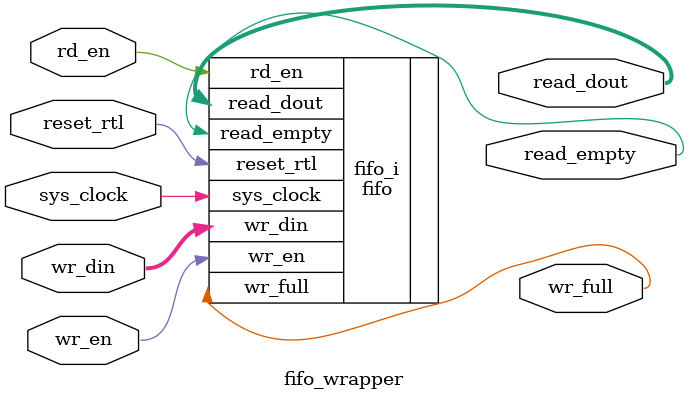
<source format=v>
`timescale 1 ps / 1 ps

module fifo_wrapper
   (rd_en,
    read_dout,
    read_empty,
    reset_rtl,
    sys_clock,
    wr_din,
    wr_en,
    wr_full);
  input rd_en;
  output [4:0]read_dout;
  output read_empty;
  input reset_rtl;
  input sys_clock;
  input [4:0]wr_din;
  input wr_en;
  output wr_full;

  wire rd_en;
  wire [4:0]read_dout;
  wire read_empty;
  wire reset_rtl;
  wire sys_clock;
  wire [4:0]wr_din;
  wire wr_en;
  wire wr_full;

  fifo fifo_i
       (.rd_en(rd_en),
        .read_dout(read_dout),
        .read_empty(read_empty),
        .reset_rtl(reset_rtl),
        .sys_clock(sys_clock),
        .wr_din(wr_din),
        .wr_en(wr_en),
        .wr_full(wr_full));
endmodule

</source>
